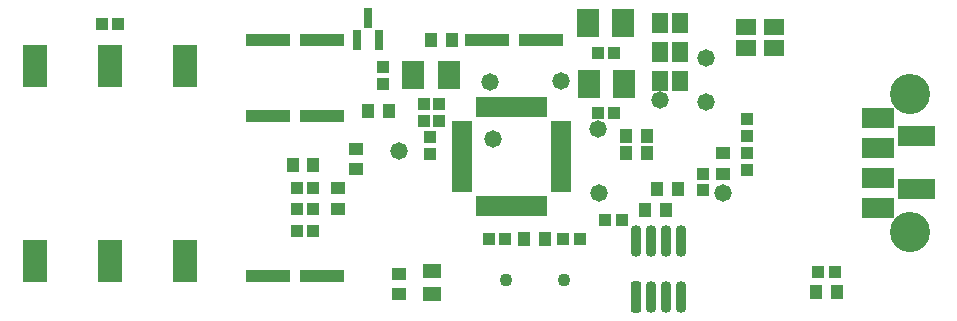
<source format=gts>
G04*
G04 #@! TF.GenerationSoftware,Altium Limited,Altium Designer,23.3.1 (30)*
G04*
G04 Layer_Color=8388736*
%FSLAX44Y44*%
%MOMM*%
G71*
G04*
G04 #@! TF.SameCoordinates,75414D67-6E7D-4D71-9163-A58272906682*
G04*
G04*
G04 #@! TF.FilePolarity,Negative*
G04*
G01*
G75*
%ADD19R,1.1032X1.0032*%
%ADD20R,1.0032X1.1032*%
%ADD21R,1.6532X1.4532*%
%ADD22R,3.7032X1.0032*%
%ADD23R,1.2032X1.0532*%
%ADD24R,1.6032X1.3032*%
%ADD25R,0.4832X1.7632*%
%ADD26R,1.7632X0.4832*%
%ADD27R,1.0532X1.2032*%
G04:AMPARAMS|DCode=28|XSize=0.9032mm|YSize=2.7032mm|CornerRadius=0.2766mm|HoleSize=0mm|Usage=FLASHONLY|Rotation=180.000|XOffset=0mm|YOffset=0mm|HoleType=Round|Shape=RoundedRectangle|*
%AMROUNDEDRECTD28*
21,1,0.9032,2.1500,0,0,180.0*
21,1,0.3500,2.7032,0,0,180.0*
1,1,0.5532,-0.1750,1.0750*
1,1,0.5532,0.1750,1.0750*
1,1,0.5532,0.1750,-1.0750*
1,1,0.5532,-0.1750,-1.0750*
%
%ADD28ROUNDEDRECTD28*%
%ADD29O,0.9032X2.7032*%
%ADD30R,1.4532X1.6532*%
%ADD31R,1.8532X2.4032*%
%ADD32R,0.8032X1.8032*%
%ADD33R,2.1031X3.6220*%
%ADD34C,1.1032*%
%ADD35C,3.4032*%
%ADD36R,1.7027X1.7027*%
%ADD37R,2.7432X1.7032*%
%ADD38C,1.4732*%
D19*
X674820Y138220D02*
D03*
Y124220D02*
D03*
X637820Y106720D02*
D03*
Y120720D02*
D03*
X674820Y166760D02*
D03*
Y152760D02*
D03*
X366500Y210700D02*
D03*
Y196700D02*
D03*
X406460Y151420D02*
D03*
Y137420D02*
D03*
X401232Y179559D02*
D03*
X401232Y165559D02*
D03*
X414632Y179559D02*
D03*
Y165559D02*
D03*
D20*
X142920Y247180D02*
D03*
X128920Y247180D02*
D03*
X533380Y65100D02*
D03*
X519380D02*
D03*
X456580D02*
D03*
X470580D02*
D03*
X293980Y72340D02*
D03*
X307980D02*
D03*
X293980Y91207D02*
D03*
X307980D02*
D03*
X293980Y108707D02*
D03*
X307980D02*
D03*
X554890Y81270D02*
D03*
X568890D02*
D03*
X562585Y171680D02*
D03*
X548585D02*
D03*
X548585Y222820D02*
D03*
X562585D02*
D03*
X749300Y37260D02*
D03*
X735300Y37260D02*
D03*
D21*
X697880Y244930D02*
D03*
Y227430D02*
D03*
X673800Y244930D02*
D03*
Y227430D02*
D03*
D22*
X315440Y34510D02*
D03*
X269440D02*
D03*
X315440Y234290D02*
D03*
X269440D02*
D03*
X315440Y169490D02*
D03*
X269440D02*
D03*
X501050Y234290D02*
D03*
X455050D02*
D03*
D23*
X328400Y91207D02*
D03*
Y108707D02*
D03*
X380160Y36000D02*
D03*
X380160Y18500D02*
D03*
X654920Y138220D02*
D03*
Y120720D02*
D03*
X344200Y124350D02*
D03*
Y141850D02*
D03*
D24*
X408100Y38500D02*
D03*
Y18500D02*
D03*
D25*
X447910Y93380D02*
D03*
X452910D02*
D03*
X457910D02*
D03*
X462910D02*
D03*
X467910D02*
D03*
X472910Y93380D02*
D03*
X477910D02*
D03*
X482910Y93380D02*
D03*
X487910D02*
D03*
X492910Y93380D02*
D03*
X497910Y93380D02*
D03*
X502910D02*
D03*
Y176980D02*
D03*
X497910D02*
D03*
X492910D02*
D03*
X487910D02*
D03*
X482910D02*
D03*
X477910D02*
D03*
X472910D02*
D03*
X467910D02*
D03*
X462910D02*
D03*
X457910D02*
D03*
X452910D02*
D03*
X447910D02*
D03*
D26*
X517210Y107680D02*
D03*
Y112680D02*
D03*
Y117680D02*
D03*
Y122680D02*
D03*
Y127680D02*
D03*
Y132680D02*
D03*
Y137680D02*
D03*
Y142680D02*
D03*
Y147680D02*
D03*
Y152680D02*
D03*
Y157680D02*
D03*
Y162680D02*
D03*
X433610D02*
D03*
Y157680D02*
D03*
X433610Y152680D02*
D03*
X433610Y147680D02*
D03*
Y142680D02*
D03*
X433610Y137680D02*
D03*
Y132680D02*
D03*
X433610Y127680D02*
D03*
Y122680D02*
D03*
Y117680D02*
D03*
Y112680D02*
D03*
Y107680D02*
D03*
D27*
X504130Y65100D02*
D03*
X486630Y65100D02*
D03*
X606310Y89720D02*
D03*
X588810D02*
D03*
X616470Y107660D02*
D03*
X598970Y107660D02*
D03*
X590030Y138220D02*
D03*
X572530D02*
D03*
X590030Y152760D02*
D03*
X572530Y152760D02*
D03*
X290390Y128390D02*
D03*
X307890Y128390D02*
D03*
X354260Y173640D02*
D03*
X371760Y173640D02*
D03*
X425140Y234190D02*
D03*
X407640Y234190D02*
D03*
X751050Y20320D02*
D03*
X733550Y20320D02*
D03*
D28*
X581050Y16110D02*
D03*
D29*
X593750Y16110D02*
D03*
X606450Y16110D02*
D03*
X619150D02*
D03*
X581050Y64110D02*
D03*
X593750Y64110D02*
D03*
X606450Y64110D02*
D03*
X619150D02*
D03*
D30*
X601010Y247900D02*
D03*
X618510Y247900D02*
D03*
X601010Y199280D02*
D03*
X618510D02*
D03*
X601010Y223590D02*
D03*
X618510Y223590D02*
D03*
D31*
X570210Y248400D02*
D03*
X540210D02*
D03*
X540960Y196780D02*
D03*
X570960D02*
D03*
X422674Y204200D02*
D03*
X392674D02*
D03*
D32*
X344760Y234290D02*
D03*
X363760Y234290D02*
D03*
X354260Y252790D02*
D03*
D33*
X199420Y211580D02*
D03*
X135920D02*
D03*
X72420D02*
D03*
X199420Y46480D02*
D03*
X135920D02*
D03*
X72420D02*
D03*
D34*
X471330Y30960D02*
D03*
X520130D02*
D03*
D35*
X812990Y188254D02*
D03*
Y71254D02*
D03*
D36*
X825453Y107560D02*
D03*
Y152518D02*
D03*
X811466Y107560D02*
D03*
Y152518D02*
D03*
D37*
X785990Y91804D02*
D03*
Y117204D02*
D03*
Y142604D02*
D03*
Y168004D02*
D03*
D38*
X549540Y104250D02*
D03*
X548750Y158500D02*
D03*
X640500Y219000D02*
D03*
Y181750D02*
D03*
X460000Y150000D02*
D03*
X380000Y140000D02*
D03*
X601010Y183490D02*
D03*
X517500Y199000D02*
D03*
X654750Y104500D02*
D03*
X457250Y198750D02*
D03*
M02*

</source>
